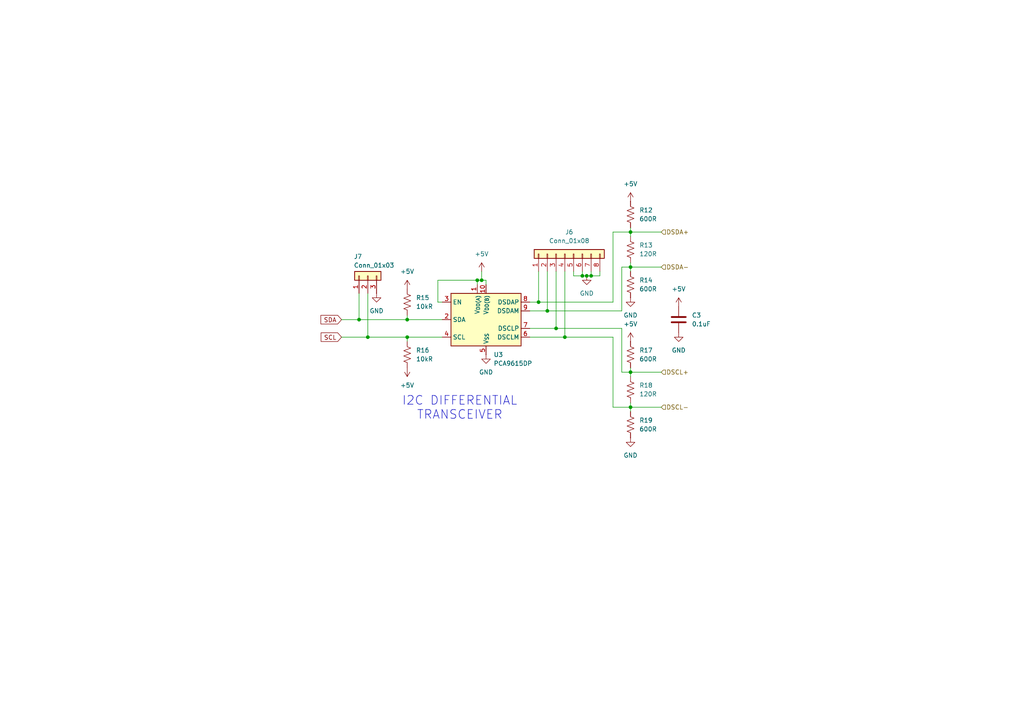
<source format=kicad_sch>
(kicad_sch (version 20231120) (generator "eeschema") (generator_version "8.0")
  (paper "A4")
  (lib_symbols
    (symbol "Connector_Generic:Conn_01x03" (pin_names (offset 1.016) hide)
      (property "Reference" "J" (at 0 5.08 0))
      (property "Value" "Conn_01x03" (at 0 -5.08 0))
      (symbol "Conn_01x03_1_1"
        (rectangle (start -1.27 -2.413) (end 0 -2.667) (stroke (width 0.1524)))
        (rectangle (start -1.27 0.127) (end 0 -0.127) (stroke (width 0.1524)))
        (rectangle (start -1.27 2.667) (end 0 2.413) (stroke (width 0.1524)))
        (rectangle (start -1.27 3.81) (end 1.27 -3.81) (stroke (width 0.254)) (fill (type background)))
        (pin passive line (at -5.08 2.54 0) (length 3.81) (name "Pin_1") (number "1"))
        (pin passive line (at -5.08 0 0) (length 3.81) (name "Pin_2") (number "2"))
        (pin passive line (at -5.08 -2.54 0) (length 3.81) (name "Pin_3") (number "3"))
      )
    )
    (symbol "Connector_Generic:Conn_01x08" (pin_names (offset 1.016) hide)
      (property "Reference" "J" (at 0 10.16 0))
      (property "Value" "Conn_01x08" (at 0 -12.7 0))
      (symbol "Conn_01x08_1_1"
        (rectangle (start -1.27 -10.033) (end 0 -10.287) (stroke (width 0.1524)))
        (rectangle (start -1.27 -7.493) (end 0 -7.747) (stroke (width 0.1524)))
        (rectangle (start -1.27 -4.953) (end 0 -5.207) (stroke (width 0.1524)))
        (rectangle (start -1.27 -2.413) (end 0 -2.667) (stroke (width 0.1524)))
        (rectangle (start -1.27 0.127) (end 0 -0.127) (stroke (width 0.1524)))
        (rectangle (start -1.27 2.667) (end 0 2.413) (stroke (width 0.1524)))
        (rectangle (start -1.27 5.207) (end 0 4.953) (stroke (width 0.1524)))
        (rectangle (start -1.27 7.747) (end 0 7.493) (stroke (width 0.1524)))
        (rectangle (start -1.27 8.89) (end 1.27 -11.43) (stroke (width 0.254)) (fill (type background)))
        (pin passive line (at -5.08 7.62 0) (length 3.81) (name "Pin_1") (number "1"))
        (pin passive line (at -5.08 5.08 0) (length 3.81) (name "Pin_2") (number "2"))
        (pin passive line (at -5.08 2.54 0) (length 3.81) (name "Pin_3") (number "3"))
        (pin passive line (at -5.08 0 0) (length 3.81) (name "Pin_4") (number "4"))
        (pin passive line (at -5.08 -2.54 0) (length 3.81) (name "Pin_5") (number "5"))
        (pin passive line (at -5.08 -5.08 0) (length 3.81) (name "Pin_6") (number "6"))
        (pin passive line (at -5.08 -7.62 0) (length 3.81) (name "Pin_7") (number "7"))
        (pin passive line (at -5.08 -10.16 0) (length 3.81) (name "Pin_8") (number "8"))
      )
    )
    (symbol "Device:C" (pin_numbers hide) (pin_names (offset 0.254))
      (property "Reference" "C" (at 0.635 2.54 0))
      (property "Value" "C" (at 0.635 -2.54 0))
      (symbol "C_0_1"
        (polyline (pts (xy -2.032 -0.762) (xy 2.032 -0.762)) (stroke (width 0.508)))
        (polyline (pts (xy -2.032 0.762) (xy 2.032 0.762)) (stroke (width 0.508)))
      )
      (symbol "C_1_1"
        (pin passive line (at 0 3.81 270) (length 2.794) (name "~") (number "1"))
        (pin passive line (at 0 -3.81 90) (length 2.794) (name "~") (number "2"))
      )
    )
    (symbol "Device:R_US" (pin_numbers hide) (pin_names (offset 0))
      (property "Reference" "R" (at 2.54 0 90))
      (property "Value" "R_US" (at -2.54 0 90))
      (symbol "R_US_0_1"
        (polyline (pts (xy 0 -2.286) (xy 0 -2.54)))
        (polyline (pts (xy 0 2.286) (xy 0 2.54)))
        (polyline (pts (xy 0 -0.762) (xy 1.016 -1.143) (xy 0 -1.524) (xy -1.016 -1.905) (xy 0 -2.286)))
        (polyline (pts (xy 0 0.762) (xy 1.016 0.381) (xy 0 0) (xy -1.016 -0.381) (xy 0 -0.762)))
        (polyline (pts (xy 0 2.286) (xy 1.016 1.905) (xy 0 1.524) (xy -1.016 1.143) (xy 0 0.762)))
      )
      (symbol "R_US_1_1"
        (pin passive line (at 0 3.81 270) (length 1.27) (name "~") (number "1"))
        (pin passive line (at 0 -3.81 90) (length 1.27) (name "~") (number "2"))
      )
    )
    (symbol "Interface:PCA9615DP"
      (property "Reference" "U" (at -10.16 8.89 0))
      (property "Value" "PCA9615DP" (at 1.27 8.89 0))
      (symbol "PCA9615DP_0_1"
        (rectangle (start -10.16 7.62) (end 10.16 -7.62) (stroke (width 0.254)) (fill (type background)))
      )
      (symbol "PCA9615DP_1_1"
        (pin power_in line (at -2.54 10.16 270) (length 2.54) (name "V_{DD(A)}") (number "1"))
        (pin power_in line (at 0 10.16 270) (length 2.54) (name "V_{DD(B)}") (number "10"))
        (pin bidirectional line (at -12.7 0 0) (length 2.54) (name "SDA") (number "2"))
        (pin input line (at -12.7 5.08 0) (length 2.54) (name "EN") (number "3"))
        (pin bidirectional line (at -12.7 -5.08 0) (length 2.54) (name "SCL") (number "4"))
        (pin power_in line (at 0 -10.16 90) (length 2.54) (name "V_{SS}") (number "5"))
        (pin bidirectional line (at 12.7 -5.08 180) (length 2.54) (name "DSCLM") (number "6"))
        (pin bidirectional line (at 12.7 -2.54 180) (length 2.54) (name "DSCLP") (number "7"))
        (pin bidirectional line (at 12.7 5.08 180) (length 2.54) (name "DSDAP") (number "8"))
        (pin bidirectional line (at 12.7 2.54 180) (length 2.54) (name "DSDAM") (number "9"))
      )
    )
    (symbol "power:+5V" (power) (pin_numbers hide) (pin_names (offset 0) hide)
      (property "Value" "+5V" (at 0 3.556 0))
      (symbol "+5V_0_1"
        (polyline (pts (xy -0.762 1.27) (xy 0 2.54)))
        (polyline (pts (xy 0 0) (xy 0 2.54)))
        (polyline (pts (xy 0 2.54) (xy 0.762 1.27)))
      )
      (symbol "+5V_1_1"
        (pin power_in line (at 0 0 90) (length 0) (name "~") (number "1"))
      )
    )
    (symbol "power:GND" (power) (pin_numbers hide) (pin_names (offset 0) hide)
      (property "Value" "GND" (at 0 -3.81 0))
      (symbol "GND_0_1"
        (polyline (pts (xy 0 0) (xy 0 -1.27) (xy 1.27 -1.27) (xy 0 -2.54) (xy -1.27 -1.27) (xy 0 -1.27)))
      )
      (symbol "GND_1_1"
        (pin power_in line (at 0 0 270) (length 0) (name "~") (number "1"))
      )
    )
  )
  (junction (at 139.7 81.28))
  (junction (at 171.45 80.01))
  (junction (at 161.29 95.25))
  (junction (at 118.11 97.79))
  (junction (at 104.14 92.71))
  (junction (at 170.18 80.01))
  (junction (at 163.83 97.79))
  (junction (at 106.68 97.79))
  (junction (at 182.88 118.11))
  (junction (at 168.91 80.01))
  (junction (at 118.11 92.71))
  (junction (at 182.88 67.31))
  (junction (at 182.88 107.95))
  (junction (at 138.43 81.28))
  (junction (at 156.21 87.63))
  (junction (at 158.75 90.17))
  (junction (at 182.88 77.47))
  (wire (pts (xy 191.77 67.31) (xy 182.88 67.31)))
  (wire (pts (xy 104.14 92.71) (xy 118.11 92.71)))
  (wire (pts (xy 158.75 90.17) (xy 180.34 90.17)))
  (wire (pts (xy 156.21 78.74) (xy 156.21 87.63)))
  (wire (pts (xy 166.37 78.74) (xy 166.37 80.01)))
  (wire (pts (xy 153.67 90.17) (xy 158.75 90.17)))
  (wire (pts (xy 173.99 80.01) (xy 173.99 78.74)))
  (wire (pts (xy 182.88 106.68) (xy 182.88 107.95)))
  (wire (pts (xy 139.7 78.74) (xy 139.7 81.28)))
  (wire (pts (xy 153.67 95.25) (xy 161.29 95.25)))
  (wire (pts (xy 177.8 118.11) (xy 182.88 118.11)))
  (wire (pts (xy 182.88 67.31) (xy 182.88 68.58)))
  (wire (pts (xy 171.45 80.01) (xy 173.99 80.01)))
  (wire (pts (xy 177.8 67.31) (xy 182.88 67.31)))
  (wire (pts (xy 153.67 97.79) (xy 163.83 97.79)))
  (wire (pts (xy 106.68 97.79) (xy 118.11 97.79)))
  (wire (pts (xy 161.29 78.74) (xy 161.29 95.25)))
  (wire (pts (xy 182.88 77.47) (xy 180.34 77.47)))
  (wire (pts (xy 182.88 66.04) (xy 182.88 67.31)))
  (wire (pts (xy 138.43 81.28) (xy 127 81.28)))
  (wire (pts (xy 118.11 91.44) (xy 118.11 92.71)))
  (wire (pts (xy 156.21 87.63) (xy 153.67 87.63)))
  (wire (pts (xy 99.06 92.71) (xy 104.14 92.71)))
  (wire (pts (xy 99.06 97.79) (xy 106.68 97.79)))
  (wire (pts (xy 180.34 95.25) (xy 180.34 107.95)))
  (wire (pts (xy 182.88 76.2) (xy 182.88 77.47)))
  (wire (pts (xy 170.18 80.01) (xy 171.45 80.01)))
  (wire (pts (xy 127 81.28) (xy 127 87.63)))
  (wire (pts (xy 180.34 90.17) (xy 180.34 77.47)))
  (wire (pts (xy 177.8 97.79) (xy 177.8 118.11)))
  (wire (pts (xy 182.88 116.84) (xy 182.88 118.11)))
  (wire (pts (xy 168.91 80.01) (xy 166.37 80.01)))
  (wire (pts (xy 139.7 81.28) (xy 140.97 81.28)))
  (wire (pts (xy 106.68 85.09) (xy 106.68 97.79)))
  (wire (pts (xy 182.88 77.47) (xy 182.88 78.74)))
  (wire (pts (xy 118.11 97.79) (xy 118.11 99.06)))
  (wire (pts (xy 140.97 81.28) (xy 140.97 82.55)))
  (wire (pts (xy 127 87.63) (xy 128.27 87.63)))
  (wire (pts (xy 177.8 67.31) (xy 177.8 87.63)))
  (wire (pts (xy 158.75 78.74) (xy 158.75 90.17)))
  (wire (pts (xy 182.88 118.11) (xy 182.88 119.38)))
  (wire (pts (xy 139.7 81.28) (xy 138.43 81.28)))
  (wire (pts (xy 138.43 81.28) (xy 138.43 82.55)))
  (wire (pts (xy 191.77 77.47) (xy 182.88 77.47)))
  (wire (pts (xy 177.8 87.63) (xy 156.21 87.63)))
  (wire (pts (xy 168.91 80.01) (xy 168.91 78.74)))
  (wire (pts (xy 163.83 78.74) (xy 163.83 97.79)))
  (wire (pts (xy 118.11 97.79) (xy 128.27 97.79)))
  (wire (pts (xy 191.77 118.11) (xy 182.88 118.11)))
  (wire (pts (xy 182.88 107.95) (xy 182.88 109.22)))
  (wire (pts (xy 161.29 95.25) (xy 180.34 95.25)))
  (wire (pts (xy 118.11 92.71) (xy 128.27 92.71)))
  (wire (pts (xy 170.18 80.01) (xy 168.91 80.01)))
  (wire (pts (xy 182.88 107.95) (xy 180.34 107.95)))
  (wire (pts (xy 104.14 85.09) (xy 104.14 92.71)))
  (wire (pts (xy 171.45 80.01) (xy 171.45 78.74)))
  (wire (pts (xy 163.83 97.79) (xy 177.8 97.79)))
  (wire (pts (xy 191.77 107.95) (xy 182.88 107.95)))
  (text "I2C DIFFERENTIAL\nTRANSCEIVER\n" (at 133.35 118.364 0) (effects (font (size 2.54 2.54))))
  (global_label "SDA" (shape input) (at 99.06 92.71 180) (property "Intersheetrefs" "${INTERSHEET_REFS}" (effects (hide yes))))
  (global_label "SCL" (shape input) (at 99.06 97.79 180) (property "Intersheetrefs" "${INTERSHEET_REFS}" (effects (hide yes))))
  (hierarchical_label "DSDA-" (shape input) (at 191.77 77.47 0))
  (hierarchical_label "DSCL+" (shape input) (at 191.77 107.95 0))
  (hierarchical_label "DSDA+" (shape input) (at 191.77 67.31 0))
  (hierarchical_label "DSCL-" (shape input) (at 191.77 118.11 0))
  (symbol (lib_id "Device:R_US") (at 182.88 123.19 0) (unit 1)
    (property "Reference" "R19" (at 185.42 121.9199 0) (effects (justify left)))
    (property "Value" "600R" (at 185.42 124.4599 0) (effects (justify left)))
    (property "Footprint" "Resistor_THT:R_Axial_DIN0207_L6.3mm_D2.5mm_P10.16mm_Horizontal" (effects (hide yes)))
    (property "Description" "Resistor, US symbol" (effects (hide yes)))
  )
  (symbol (lib_id "power:+5V") (at 196.85 88.9 0) (unit 1)
    (property "Reference" "#PWR055" (effects (hide yes)))
    (property "Value" "+5V" (at 196.85 83.82 0))
    (property "Description" "Power symbol creates a global label with name \"+5V\"" (effects (hide yes)))
  )
  (symbol (lib_id "power:+5V") (at 182.88 58.42 0) (unit 1)
    (property "Reference" "#PWR049" (effects (hide yes)))
    (property "Value" "+5V" (at 182.88 53.34 0))
    (property "Description" "Power symbol creates a global label with name \"+5V\"" (effects (hide yes)))
  )
  (symbol (lib_id "Device:R_US") (at 182.88 62.23 0) (unit 1)
    (property "Reference" "R12" (at 185.42 60.9599 0) (effects (justify left)))
    (property "Value" "600R" (at 185.42 63.4999 0) (effects (justify left)))
    (property "Footprint" "Resistor_THT:R_Axial_DIN0207_L6.3mm_D2.5mm_P10.16mm_Horizontal" (effects (hide yes)))
    (property "Description" "Resistor, US symbol" (effects (hide yes)))
  )
  (symbol (lib_id "Connector_Generic:Conn_01x03") (at 106.68 80.01 90) (unit 1)
    (property "Reference" "J7" (at 102.616 74.422 90) (effects (justify right)))
    (property "Value" "Conn_01x03" (at 102.616 76.962 90) (effects (justify right)))
    (property "Footprint" "Connector_PinHeader_2.54mm:PinHeader_1x03_P2.54mm_Vertical" (effects (hide yes)))
    (property "Description" "Generic connector, single row, 01x03, script generated (kicad-library-utils/schlib/autogen/connector/)" (effects (hide yes)))
  )
  (symbol (lib_id "power:GND") (at 196.85 96.52 0) (unit 1)
    (property "Reference" "#PWR056" (effects (hide yes)))
    (property "Value" "GND" (at 196.85 101.6 0))
    (property "Description" "Power symbol creates a global label with name \"GND\" , ground" (effects (hide yes)))
  )
  (symbol (lib_id "power:+5V") (at 182.88 99.06 0) (unit 1)
    (property "Reference" "#PWR057" (effects (hide yes)))
    (property "Value" "+5V" (at 182.88 93.98 0))
    (property "Description" "Power symbol creates a global label with name \"+5V\"" (effects (hide yes)))
  )
  (symbol (lib_id "Device:R_US") (at 182.88 113.03 0) (unit 1)
    (property "Reference" "R18" (at 185.42 111.7599 0) (effects (justify left)))
    (property "Value" "120R" (at 185.42 114.2999 0) (effects (justify left)))
    (property "Footprint" "Resistor_THT:R_Axial_DIN0207_L6.3mm_D2.5mm_P10.16mm_Horizontal" (effects (hide yes)))
    (property "Description" "Resistor, US symbol" (effects (hide yes)))
  )
  (symbol (lib_id "power:GND") (at 140.97 102.87 0) (unit 1)
    (property "Reference" "#PWR058" (effects (hide yes)))
    (property "Value" "GND" (at 140.97 107.95 0))
    (property "Description" "Power symbol creates a global label with name \"GND\" , ground" (effects (hide yes)))
  )
  (symbol (lib_id "power:GND") (at 109.22 85.09 0) (unit 1)
    (property "Reference" "#PWR053" (effects (hide yes)))
    (property "Value" "GND" (at 109.22 90.17 0))
    (property "Description" "Power symbol creates a global label with name \"GND\" , ground" (effects (hide yes)))
  )
  (symbol (lib_id "Device:R_US") (at 182.88 72.39 0) (unit 1)
    (property "Reference" "R13" (at 185.42 71.1199 0) (effects (justify left)))
    (property "Value" "120R" (at 185.42 73.6599 0) (effects (justify left)))
    (property "Footprint" "Resistor_THT:R_Axial_DIN0207_L6.3mm_D2.5mm_P10.16mm_Horizontal" (effects (hide yes)))
    (property "Description" "Resistor, US symbol" (effects (hide yes)))
  )
  (symbol (lib_id "Connector_Generic:Conn_01x08") (at 163.83 73.66 90) (unit 1)
    (property "Reference" "J6" (at 165.1 67.31 90))
    (property "Value" "Conn_01x08" (at 165.1 69.85 90))
    (property "Footprint" "Connector_PinHeader_2.54mm:PinHeader_1x08_P2.54mm_Vertical" (effects (hide yes)))
    (property "Description" "Generic connector, single row, 01x08, script generated (kicad-library-utils/schlib/autogen/connector/)" (effects (hide yes)))
  )
  (symbol (lib_id "power:GND") (at 182.88 86.36 0) (unit 1)
    (property "Reference" "#PWR054" (effects (hide yes)))
    (property "Value" "GND" (at 182.88 91.44 0))
    (property "Description" "Power symbol creates a global label with name \"GND\" , ground" (effects (hide yes)))
  )
  (symbol (lib_id "Interface:PCA9615DP") (at 140.97 92.71 0) (unit 1)
    (property "Reference" "U3" (at 143.1641 102.87 0) (effects (justify left)))
    (property "Value" "PCA9615DP" (at 143.1641 105.41 0) (effects (justify left)))
    (property "Footprint" "Package_SO:TSSOP-10_3x3mm_P0.5mm" (effects (hide yes)))
    (property "Datasheet" "https://www.nxp.com/docs/en/data-sheet/PCA9615.pdf" (effects (hide yes)))
    (property "Description" "Dual bidirectional hot-swap multipoint bus buffer, SO-8" (effects (hide yes)))
    (property "Digikey" "https://www.digikey.ca/en/products/detail/nxp-usa-inc/PCA9615DPZ/14635231" (effects (hide yes)))
  )
  (symbol (lib_id "Device:C") (at 196.85 92.71 0) (unit 1)
    (property "Reference" "C3" (at 200.66 91.4399 0) (effects (justify left)))
    (property "Value" "0.1uF" (at 200.66 93.9799 0) (effects (justify left)))
    (property "Footprint" "Capacitor_THT:C_Disc_D3.4mm_W2.1mm_P2.50mm" (effects (hide yes)))
    (property "Description" "Unpolarized capacitor" (effects (hide yes)))
    (property "Digikey" "https://www.digikey.ca/en/products/detail/vishay-beyschlag-draloric-bc-components/K104K10X7RF5UH5/2356754" (effects (hide yes)))
  )
  (symbol (lib_id "Device:R_US") (at 118.11 102.87 0) (unit 1)
    (property "Reference" "R16" (at 120.65 101.5999 0) (effects (justify left)))
    (property "Value" "10kR" (at 120.65 104.1399 0) (effects (justify left)))
    (property "Footprint" "Resistor_THT:R_Axial_DIN0207_L6.3mm_D2.5mm_P10.16mm_Horizontal" (effects (hide yes)))
    (property "Description" "Resistor, US symbol" (effects (hide yes)))
  )
  (symbol (lib_id "Device:R_US") (at 182.88 82.55 0) (unit 1)
    (property "Reference" "R14" (at 185.42 81.2799 0) (effects (justify left)))
    (property "Value" "600R" (at 185.42 83.8199 0) (effects (justify left)))
    (property "Footprint" "Resistor_THT:R_Axial_DIN0207_L6.3mm_D2.5mm_P10.16mm_Horizontal" (effects (hide yes)))
    (property "Description" "Resistor, US symbol" (effects (hide yes)))
  )
  (symbol (lib_id "power:GND") (at 170.18 80.01 0) (unit 1)
    (property "Reference" "#PWR051" (effects (hide yes)))
    (property "Value" "GND" (at 170.18 85.09 0))
    (property "Description" "Power symbol creates a global label with name \"GND\" , ground" (effects (hide yes)))
  )
  (symbol (lib_id "power:GND") (at 182.88 127 0) (unit 1)
    (property "Reference" "#PWR060" (effects (hide yes)))
    (property "Value" "GND" (at 182.88 132.08 0))
    (property "Description" "Power symbol creates a global label with name \"GND\" , ground" (effects (hide yes)))
  )
  (symbol (lib_id "Device:R_US") (at 118.11 87.63 0) (unit 1)
    (property "Reference" "R15" (at 120.65 86.3599 0) (effects (justify left)))
    (property "Value" "10kR" (at 120.65 88.8999 0) (effects (justify left)))
    (property "Footprint" "Resistor_THT:R_Axial_DIN0207_L6.3mm_D2.5mm_P10.16mm_Horizontal" (effects (hide yes)))
    (property "Description" "Resistor, US symbol" (effects (hide yes)))
  )
  (symbol (lib_id "power:+5V") (at 139.7 78.74 0) (unit 1)
    (property "Reference" "#PWR050" (effects (hide yes)))
    (property "Value" "+5V" (at 139.7 73.66 0))
    (property "Description" "Power symbol creates a global label with name \"+5V\"" (effects (hide yes)))
  )
  (symbol (lib_id "power:+5V") (at 118.11 106.68 180) (unit 1)
    (property "Reference" "#PWR059" (effects (hide yes)))
    (property "Value" "+5V" (at 118.11 111.76 0))
    (property "Description" "Power symbol creates a global label with name \"+5V\"" (effects (hide yes)))
  )
  (symbol (lib_id "power:+5V") (at 118.11 83.82 0) (unit 1)
    (property "Reference" "#PWR052" (effects (hide yes)))
    (property "Value" "+5V" (at 118.11 78.74 0))
    (property "Description" "Power symbol creates a global label with name \"+5V\"" (effects (hide yes)))
  )
  (symbol (lib_id "Device:R_US") (at 182.88 102.87 0) (unit 1)
    (property "Reference" "R17" (at 185.42 101.5999 0) (effects (justify left)))
    (property "Value" "600R" (at 185.42 104.1399 0) (effects (justify left)))
    (property "Footprint" "Resistor_THT:R_Axial_DIN0207_L6.3mm_D2.5mm_P10.16mm_Horizontal" (effects (hide yes)))
    (property "Description" "Resistor, US symbol" (effects (hide yes)))
  )
)
</source>
